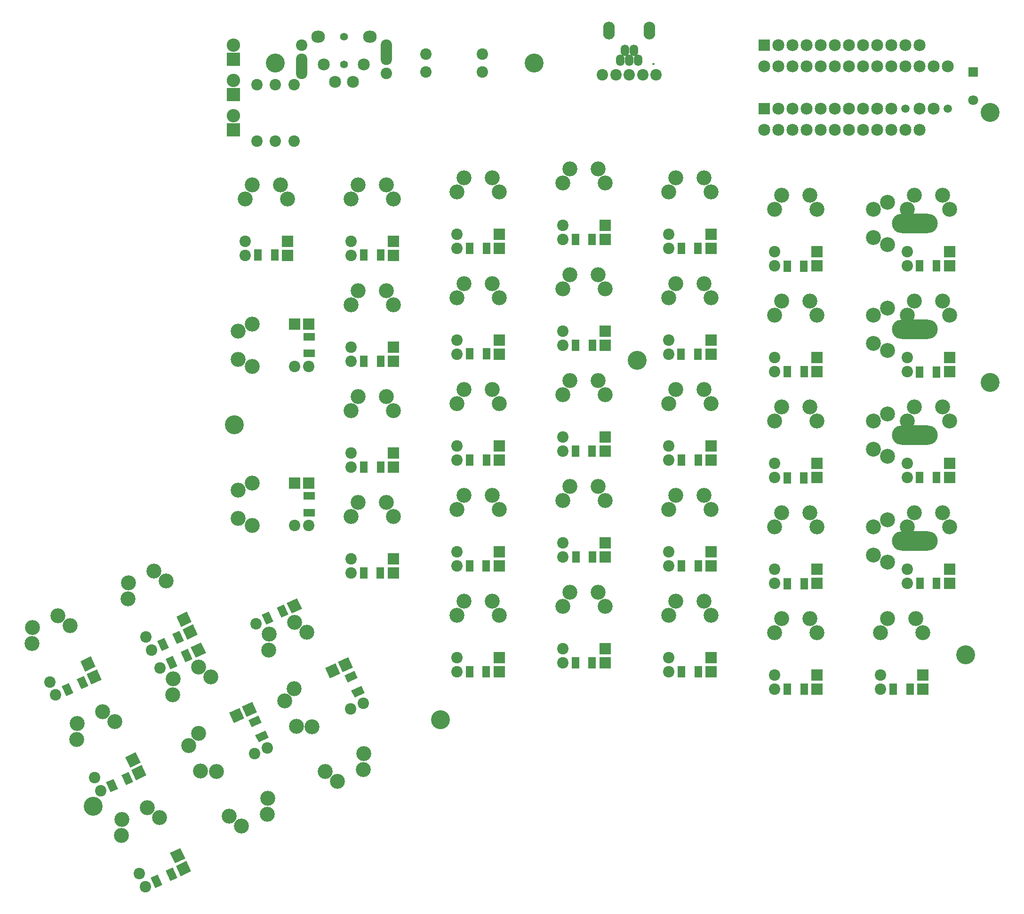
<source format=gbr>
%TF.GenerationSoftware,KiCad,Pcbnew,(5.1.6-0-10_14)*%
%TF.CreationDate,2021-03-26T17:56:54+08:00*%
%TF.ProjectId,ErgoDone,4572676f-446f-46e6-952e-6b696361645f,rev?*%
%TF.SameCoordinates,Original*%
%TF.FileFunction,Soldermask,Top*%
%TF.FilePolarity,Negative*%
%FSLAX46Y46*%
G04 Gerber Fmt 4.6, Leading zero omitted, Abs format (unit mm)*
G04 Created by KiCad (PCBNEW (5.1.6-0-10_14)) date 2021-03-26 17:56:54*
%MOMM*%
%LPD*%
G01*
G04 APERTURE LIST*
%ADD10C,0.304800*%
%ADD11C,2.000000*%
%ADD12C,3.406400*%
%ADD13C,2.692400*%
%ADD14C,2.057400*%
%ADD15C,0.150000*%
%ADD16R,1.806400X1.806400*%
%ADD17C,1.806400*%
%ADD18O,1.549400X2.057400*%
%ADD19O,2.108200X3.200400*%
%ADD20O,2.463800X2.159000*%
%ADD21C,2.159000*%
%ADD22C,1.397000*%
%ADD23R,2.406400X2.406400*%
%ADD24C,2.406400*%
%ADD25R,2.057400X2.057400*%
%ADD26C,2.689860*%
%ADD27C,2.687320*%
%ADD28O,8.242300X3.479800*%
%ADD29R,2.159000X2.159000*%
%ADD30C,1.498600*%
%ADD31R,1.406400X2.006400*%
%ADD32R,2.006400X1.406400*%
G04 APERTURE END LIST*
D10*
X141965000Y-38265000D02*
X142065000Y-38265000D01*
D11*
%TO.C,J3*%
X93980000Y-37465000D02*
X93980000Y-34925000D01*
%TO.C,J4*%
X78740000Y-40005000D02*
X78740000Y-37465000D01*
%TD*%
D12*
%TO.C,REF\u002A\u002A*%
X139065000Y-91603630D03*
%TD*%
%TO.C,REF\u002A\u002A*%
X41232000Y-171844000D03*
%TD*%
%TO.C,REF\u002A\u002A*%
X103712000Y-156284000D03*
%TD*%
%TO.C,REF\u002A\u002A*%
X198200000Y-144600000D03*
%TD*%
%TO.C,REF\u002A\u002A*%
X202600000Y-95600000D03*
%TD*%
%TO.C,REF\u002A\u002A*%
X66600000Y-103200000D03*
%TD*%
%TO.C,REF\u002A\u002A*%
X202600000Y-47000000D03*
%TD*%
%TO.C,REF\u002A\u002A*%
X120500000Y-38100000D03*
%TD*%
D13*
%TO.C,SW0:8*%
X52118441Y-129541946D03*
X47436837Y-134527594D03*
X54342902Y-131307243D03*
X47514397Y-131688847D03*
D14*
X50657188Y-141433659D03*
D15*
G36*
X57065682Y-139580374D02*
G01*
X56196187Y-137715737D01*
X58060824Y-136846242D01*
X58930319Y-138710879D01*
X57065682Y-139580374D01*
G37*
D14*
X51730638Y-143735681D03*
D15*
G36*
X58139133Y-141882396D02*
G01*
X57269638Y-140017759D01*
X59134275Y-139148264D01*
X60003770Y-141012901D01*
X58139133Y-141882396D01*
G37*
%TD*%
D16*
%TO.C,C1*%
X199517000Y-39751000D03*
D17*
X199517000Y-44751000D03*
%TD*%
D18*
%TO.C,J1*%
X136042400Y-37553900D03*
X136842500Y-35806380D03*
X137642600Y-37553900D03*
X138442700Y-35806380D03*
X139242800Y-37553900D03*
D19*
X141290040Y-32230060D03*
X133995160Y-32230060D03*
D14*
X135229600Y-40259000D03*
X132816600Y-40259000D03*
X137642600Y-40259000D03*
X142468600Y-40259000D03*
X140055600Y-40259000D03*
%TD*%
D20*
%TO.C,J2*%
X90957400Y-33375600D03*
D21*
X82702400Y-38379400D03*
X87909400Y-41478200D03*
D20*
X81661000Y-33375600D03*
D21*
X84709000Y-41478200D03*
X89916000Y-38379400D03*
D22*
X86309200Y-33375600D03*
X86309200Y-38379400D03*
%TD*%
D14*
%TO.C,J3*%
X93980000Y-40005000D03*
X93980000Y-37465000D03*
X93980000Y-34925000D03*
%TD*%
%TO.C,J4*%
X78740000Y-40005000D03*
X78740000Y-37465000D03*
X78740000Y-34925000D03*
%TD*%
D23*
%TO.C,LED_A1*%
X66465000Y-37465000D03*
D24*
X66465000Y-34925000D03*
%TD*%
D23*
%TO.C,LED_B1*%
X66465000Y-43765000D03*
D24*
X66465000Y-41225000D03*
%TD*%
D23*
%TO.C,LED_C1*%
X66465000Y-50165000D03*
D24*
X66465000Y-47625000D03*
%TD*%
D14*
%TO.C,R1*%
X101085000Y-36465000D03*
X111245000Y-36465000D03*
%TD*%
%TO.C,R2*%
X101092000Y-39751000D03*
X111252000Y-39751000D03*
%TD*%
%TO.C,RA1*%
X70665000Y-41985000D03*
X70665000Y-52145000D03*
%TD*%
%TO.C,RB1*%
X73965000Y-41985000D03*
X73965000Y-52145000D03*
%TD*%
%TO.C,RC1*%
X77365000Y-41985000D03*
X77365000Y-52145000D03*
%TD*%
D13*
%TO.C,SW0:7*%
X34854061Y-137591206D03*
X30172457Y-142576854D03*
X37078522Y-139356503D03*
X30250017Y-139738107D03*
D14*
X33392808Y-149482919D03*
D15*
G36*
X39801302Y-147629634D02*
G01*
X38931807Y-145764997D01*
X40796444Y-144895502D01*
X41665939Y-146760139D01*
X39801302Y-147629634D01*
G37*
D14*
X34466258Y-151784941D03*
D15*
G36*
X40874753Y-149931656D02*
G01*
X40005258Y-148067019D01*
X41869895Y-147197524D01*
X42739390Y-149062161D01*
X40874753Y-149931656D01*
G37*
%TD*%
D13*
%TO.C,SW0:9*%
X42903321Y-154855586D03*
X38221717Y-159841234D03*
X45127782Y-156620883D03*
X38299277Y-157002487D03*
D14*
X41442068Y-166747299D03*
D15*
G36*
X47850562Y-164894014D02*
G01*
X46981067Y-163029377D01*
X48845704Y-162159882D01*
X49715199Y-164024519D01*
X47850562Y-164894014D01*
G37*
D14*
X42515518Y-169049321D03*
D15*
G36*
X48924013Y-167196036D02*
G01*
X48054518Y-165331399D01*
X49919155Y-164461904D01*
X50788650Y-166326541D01*
X48924013Y-167196036D01*
G37*
%TD*%
D13*
%TO.C,SW0:10*%
X75625366Y-152910359D03*
X80611014Y-157591963D03*
X77390663Y-150685898D03*
X77772267Y-157514403D03*
D14*
X87517079Y-154371612D03*
D15*
G36*
X85663794Y-147963118D02*
G01*
X83799157Y-148832613D01*
X82929662Y-146967976D01*
X84794299Y-146098481D01*
X85663794Y-147963118D01*
G37*
D14*
X89819101Y-153298162D03*
D15*
G36*
X87965816Y-146889667D02*
G01*
X86101179Y-147759162D01*
X85231684Y-145894525D01*
X87096321Y-145025030D01*
X87965816Y-146889667D01*
G37*
%TD*%
D13*
%TO.C,SW0:11*%
X58360986Y-160962159D03*
X63346634Y-165643763D03*
X60126283Y-158737698D03*
X60507887Y-165566203D03*
D14*
X70252699Y-162423412D03*
D15*
G36*
X68399414Y-156014918D02*
G01*
X66534777Y-156884413D01*
X65665282Y-155019776D01*
X67529919Y-154150281D01*
X68399414Y-156014918D01*
G37*
D14*
X72554721Y-161349962D03*
D15*
G36*
X70701436Y-154941467D02*
G01*
X68836799Y-155810962D01*
X67967304Y-153946325D01*
X69831941Y-153076830D01*
X70701436Y-154941467D01*
G37*
%TD*%
D13*
%TO.C,SW0:12*%
X50955121Y-172122506D03*
X46273517Y-177108154D03*
X53179582Y-173887803D03*
X46351077Y-174269407D03*
D14*
X49493868Y-184014219D03*
D15*
G36*
X55902362Y-182160934D02*
G01*
X55032867Y-180296297D01*
X56897504Y-179426802D01*
X57766999Y-181291439D01*
X55902362Y-182160934D01*
G37*
D14*
X50567318Y-186316241D03*
D15*
G36*
X56975813Y-184462956D02*
G01*
X56106318Y-182598319D01*
X57970955Y-181728824D01*
X58840450Y-183593461D01*
X56975813Y-184462956D01*
G37*
%TD*%
D13*
%TO.C,SW1:9*%
X113030000Y-134947660D03*
X106680000Y-137487660D03*
X114300000Y-137487660D03*
X107950000Y-134947660D03*
D14*
X106680000Y-145107660D03*
D25*
X114300000Y-145107660D03*
D14*
X106680000Y-147647660D03*
D25*
X114300000Y-147647660D03*
%TD*%
D13*
%TO.C,SW1:10*%
X132080000Y-133350000D03*
X125730000Y-135890000D03*
X133350000Y-135890000D03*
X127000000Y-133350000D03*
D14*
X125730000Y-143510000D03*
D25*
X133350000Y-143510000D03*
D14*
X125730000Y-146050000D03*
D25*
X133350000Y-146050000D03*
%TD*%
D13*
%TO.C,SW1:11*%
X151130000Y-134947660D03*
X144780000Y-137487660D03*
X152400000Y-137487660D03*
X146050000Y-134947660D03*
D14*
X144780000Y-145107660D03*
D25*
X152400000Y-145107660D03*
D14*
X144780000Y-147647660D03*
D25*
X152400000Y-147647660D03*
%TD*%
D13*
%TO.C,SW1:12*%
X170180000Y-138122660D03*
X163830000Y-140662660D03*
X171450000Y-140662660D03*
X165100000Y-138122660D03*
D14*
X163830000Y-148282660D03*
D25*
X171450000Y-148282660D03*
D14*
X163830000Y-150822660D03*
D25*
X171450000Y-150822660D03*
%TD*%
D13*
%TO.C,SW1:13*%
X189230000Y-138122660D03*
X182880000Y-140662660D03*
X190500000Y-140662660D03*
X184150000Y-138122660D03*
D14*
X182880000Y-148282660D03*
D25*
X190500000Y-148282660D03*
D14*
X182880000Y-150822660D03*
D25*
X190500000Y-150822660D03*
%TD*%
D13*
%TO.C,SW2:7*%
X67310000Y-114945160D03*
X69850000Y-121295160D03*
X69850000Y-113675160D03*
X67310000Y-120025160D03*
D14*
X77470000Y-121295160D03*
D25*
X77470000Y-113675160D03*
D14*
X80010000Y-121295160D03*
D25*
X80010000Y-113675160D03*
%TD*%
D13*
%TO.C,SW2:8*%
X93980000Y-117167660D03*
X87630000Y-119707660D03*
X95250000Y-119707660D03*
X88900000Y-117167660D03*
D14*
X87630000Y-127327660D03*
D25*
X95250000Y-127327660D03*
D14*
X87630000Y-129867660D03*
D25*
X95250000Y-129867660D03*
%TD*%
D13*
%TO.C,SW2:9*%
X113030000Y-115897660D03*
X106680000Y-118437660D03*
X114300000Y-118437660D03*
X107950000Y-115897660D03*
D14*
X106680000Y-126057660D03*
D25*
X114300000Y-126057660D03*
D14*
X106680000Y-128597660D03*
D25*
X114300000Y-128597660D03*
%TD*%
D13*
%TO.C,SW2:10*%
X132080000Y-114300000D03*
X125730000Y-116840000D03*
X133350000Y-116840000D03*
X127000000Y-114300000D03*
D14*
X125730000Y-124460000D03*
D25*
X133350000Y-124460000D03*
D14*
X125730000Y-127000000D03*
D25*
X133350000Y-127000000D03*
%TD*%
D13*
%TO.C,SW2:11*%
X151130000Y-115897660D03*
X144780000Y-118437660D03*
X152400000Y-118437660D03*
X146050000Y-115897660D03*
D14*
X144780000Y-126057660D03*
D25*
X152400000Y-126057660D03*
D14*
X144780000Y-128597660D03*
D25*
X152400000Y-128597660D03*
%TD*%
D13*
%TO.C,SW2:12*%
X170180000Y-119072660D03*
X163830000Y-121612660D03*
X171450000Y-121612660D03*
X165100000Y-119072660D03*
D14*
X163830000Y-129232660D03*
D25*
X171450000Y-129232660D03*
D14*
X163830000Y-131772660D03*
D25*
X171450000Y-131772660D03*
%TD*%
D13*
%TO.C,SW3:8*%
X93980000Y-98117660D03*
X87630000Y-100657660D03*
X95250000Y-100657660D03*
X88900000Y-98117660D03*
D14*
X87630000Y-108277660D03*
D25*
X95250000Y-108277660D03*
D14*
X87630000Y-110817660D03*
D25*
X95250000Y-110817660D03*
%TD*%
D13*
%TO.C,SW3:9*%
X113030000Y-96847660D03*
X106680000Y-99387660D03*
X114300000Y-99387660D03*
X107950000Y-96847660D03*
D14*
X106680000Y-107007660D03*
D25*
X114300000Y-107007660D03*
D14*
X106680000Y-109547660D03*
D25*
X114300000Y-109547660D03*
%TD*%
D13*
%TO.C,SW3:10*%
X132080000Y-95250000D03*
X125730000Y-97790000D03*
X133350000Y-97790000D03*
X127000000Y-95250000D03*
D14*
X125730000Y-105410000D03*
D25*
X133350000Y-105410000D03*
D14*
X125730000Y-107950000D03*
D25*
X133350000Y-107950000D03*
%TD*%
D13*
%TO.C,SW3:11*%
X151130000Y-96847660D03*
X144780000Y-99387660D03*
X152400000Y-99387660D03*
X146050000Y-96847660D03*
D14*
X144780000Y-107007660D03*
D25*
X152400000Y-107007660D03*
D14*
X144780000Y-109547660D03*
D25*
X152400000Y-109547660D03*
%TD*%
D13*
%TO.C,SW3:12*%
X170180000Y-100022660D03*
X163830000Y-102562660D03*
X171450000Y-102562660D03*
X165100000Y-100022660D03*
D14*
X163830000Y-110182660D03*
D25*
X171450000Y-110182660D03*
D14*
X163830000Y-112722660D03*
D25*
X171450000Y-112722660D03*
%TD*%
D13*
%TO.C,SW4:7*%
X67310000Y-86370160D03*
X69850000Y-92720160D03*
X69850000Y-85100160D03*
X67310000Y-91450160D03*
D14*
X77470000Y-92720160D03*
D25*
X77470000Y-85100160D03*
D14*
X80010000Y-92720160D03*
D25*
X80010000Y-85100160D03*
%TD*%
D13*
%TO.C,SW4:8*%
X93980000Y-79067660D03*
X87630000Y-81607660D03*
X95250000Y-81607660D03*
X88900000Y-79067660D03*
D14*
X87630000Y-89227660D03*
D25*
X95250000Y-89227660D03*
D14*
X87630000Y-91767660D03*
D25*
X95250000Y-91767660D03*
%TD*%
D13*
%TO.C,SW4:9*%
X113030000Y-77797660D03*
X106680000Y-80337660D03*
X114300000Y-80337660D03*
X107950000Y-77797660D03*
D14*
X106680000Y-87957660D03*
D25*
X114300000Y-87957660D03*
D14*
X106680000Y-90497660D03*
D25*
X114300000Y-90497660D03*
%TD*%
D13*
%TO.C,SW4:10*%
X132080000Y-76200000D03*
X125730000Y-78740000D03*
X133350000Y-78740000D03*
X127000000Y-76200000D03*
D14*
X125730000Y-86360000D03*
D25*
X133350000Y-86360000D03*
D14*
X125730000Y-88900000D03*
D25*
X133350000Y-88900000D03*
%TD*%
D13*
%TO.C,SW4:11*%
X151130000Y-77797660D03*
X144780000Y-80337660D03*
X152400000Y-80337660D03*
X146050000Y-77797660D03*
D14*
X144780000Y-87957660D03*
D25*
X152400000Y-87957660D03*
D14*
X144780000Y-90497660D03*
D25*
X152400000Y-90497660D03*
%TD*%
D13*
%TO.C,SW4:12*%
X170180000Y-80972660D03*
X163830000Y-83512660D03*
X171450000Y-83512660D03*
X165100000Y-80972660D03*
D14*
X163830000Y-91132660D03*
D25*
X171450000Y-91132660D03*
D14*
X163830000Y-93672660D03*
D25*
X171450000Y-93672660D03*
%TD*%
D13*
%TO.C,SW4:13*%
X193992500Y-80972660D03*
X187642500Y-83512660D03*
D26*
X195262500Y-83512660D03*
D13*
X188912500Y-80972660D03*
D14*
X187642500Y-91132660D03*
D25*
X195262500Y-91132660D03*
D14*
X187642500Y-93672660D03*
D25*
X195262500Y-93672660D03*
D27*
X181610000Y-83512660D03*
X184150000Y-82242660D03*
X184150000Y-89862660D03*
X181610000Y-88592660D03*
D28*
X189069980Y-86052660D03*
%TD*%
D13*
%TO.C,SW5:7*%
X74930000Y-60020200D03*
X68580000Y-62560200D03*
X76200000Y-62560200D03*
X69850000Y-60020200D03*
D14*
X68580000Y-70180200D03*
D25*
X76200000Y-70180200D03*
D14*
X68580000Y-72720200D03*
D25*
X76200000Y-72720200D03*
%TD*%
D13*
%TO.C,SW5:8*%
X93980000Y-60020200D03*
X87630000Y-62560200D03*
X95250000Y-62560200D03*
X88900000Y-60020200D03*
D14*
X87630000Y-70180200D03*
D25*
X95250000Y-70180200D03*
D14*
X87630000Y-72720200D03*
D25*
X95250000Y-72720200D03*
%TD*%
D13*
%TO.C,SW5:9*%
X113030000Y-58747660D03*
X106680000Y-61287660D03*
X114300000Y-61287660D03*
X107950000Y-58747660D03*
D14*
X106680000Y-68907660D03*
D25*
X114300000Y-68907660D03*
D14*
X106680000Y-71447660D03*
D25*
X114300000Y-71447660D03*
%TD*%
D13*
%TO.C,SW5:10*%
X132080000Y-57150000D03*
X125730000Y-59690000D03*
X133350000Y-59690000D03*
X127000000Y-57150000D03*
D14*
X125730000Y-67310000D03*
D25*
X133350000Y-67310000D03*
D14*
X125730000Y-69850000D03*
D25*
X133350000Y-69850000D03*
%TD*%
D13*
%TO.C,SW5:11*%
X151130000Y-58747660D03*
X144780000Y-61287660D03*
X152400000Y-61287660D03*
X146050000Y-58747660D03*
D14*
X144780000Y-68907660D03*
D25*
X152400000Y-68907660D03*
D14*
X144780000Y-71447660D03*
D25*
X152400000Y-71447660D03*
%TD*%
D13*
%TO.C,SW5:12*%
X170180000Y-61925200D03*
X163830000Y-64465200D03*
X171450000Y-64465200D03*
X165100000Y-61925200D03*
D14*
X163830000Y-72085200D03*
D25*
X171450000Y-72085200D03*
D14*
X163830000Y-74625200D03*
D25*
X171450000Y-74625200D03*
%TD*%
D13*
%TO.C,SW5:13*%
X193992500Y-61925200D03*
X187642500Y-64465200D03*
D26*
X195262500Y-64465200D03*
D13*
X188912500Y-61925200D03*
D14*
X187642500Y-72085200D03*
D25*
X195262500Y-72085200D03*
D14*
X187642500Y-74625200D03*
D25*
X195262500Y-74625200D03*
D27*
X181610000Y-64465200D03*
X184150000Y-63195200D03*
X184150000Y-70815200D03*
X181610000Y-69545200D03*
D28*
X189069980Y-67005200D03*
%TD*%
D13*
%TO.C,SX0:10*%
X85176179Y-167376434D03*
X89857783Y-162390786D03*
X82951718Y-165611137D03*
X89780223Y-165229533D03*
%TD*%
%TO.C,SX0:11*%
X67909259Y-175425694D03*
X72590863Y-170440046D03*
X65684798Y-173660397D03*
X72513303Y-173278793D03*
%TD*%
D29*
%TO.C,U1*%
X161925000Y-34925000D03*
D21*
X164465000Y-34925000D03*
X167005000Y-34925000D03*
X169545000Y-34925000D03*
X172085000Y-34925000D03*
X174625000Y-34925000D03*
X177165000Y-34925000D03*
X179705000Y-34925000D03*
X182245000Y-34925000D03*
X184785000Y-34925000D03*
X187325000Y-34925000D03*
X189865000Y-34925000D03*
X189865000Y-50165000D03*
X187325000Y-50165000D03*
X184785000Y-50165000D03*
X182245000Y-50165000D03*
X179705000Y-50165000D03*
X177165000Y-50165000D03*
X174625000Y-50165000D03*
X167005000Y-50165000D03*
X164465000Y-50165000D03*
X161925000Y-50165000D03*
X172085000Y-50165000D03*
X169545000Y-50165000D03*
%TD*%
%TO.C,U2*%
X164450000Y-46330000D03*
X166990000Y-46330000D03*
X169530000Y-46330000D03*
X172070000Y-46330000D03*
X174610000Y-46330000D03*
X177150000Y-46330000D03*
X179690000Y-46330000D03*
X182230000Y-46330000D03*
X184770000Y-46330000D03*
D30*
X187310000Y-46330000D03*
D21*
X189850000Y-46330000D03*
X192390000Y-46330000D03*
D30*
X194930000Y-46330000D03*
D29*
X161910000Y-46330000D03*
D21*
X194930000Y-38710000D03*
X192390000Y-38710000D03*
X189850000Y-38710000D03*
X187310000Y-38710000D03*
X184770000Y-38710000D03*
X182230000Y-38710000D03*
X179690000Y-38710000D03*
X177150000Y-38710000D03*
X174610000Y-38710000D03*
X172070000Y-38710000D03*
X169530000Y-38710000D03*
X166990000Y-38710000D03*
X164450000Y-38710000D03*
X161910000Y-38710000D03*
%TD*%
D13*
%TO.C,SX1:7*%
X60170241Y-146806326D03*
X55488637Y-151791974D03*
X62394702Y-148571623D03*
X55566197Y-148953227D03*
%TD*%
%TO.C,SX1:8*%
X77434621Y-138754526D03*
X72753017Y-143740174D03*
X79659082Y-140519823D03*
X72830577Y-140901427D03*
%TD*%
%TO.C,SW2:13*%
X193992500Y-119072660D03*
X187642500Y-121612660D03*
D26*
X195262500Y-121612660D03*
D13*
X188912500Y-119072660D03*
D14*
X187642500Y-129232660D03*
D25*
X195262500Y-129232660D03*
D14*
X187642500Y-131772660D03*
D25*
X195262500Y-131772660D03*
D27*
X181610000Y-121612660D03*
X184150000Y-120342660D03*
X184150000Y-127962660D03*
X181610000Y-126692660D03*
D28*
X189069980Y-124152660D03*
%TD*%
D13*
%TO.C,SW3:13*%
X193992500Y-100022660D03*
X187642500Y-102562660D03*
D26*
X195262500Y-102562660D03*
D13*
X188912500Y-100022660D03*
D14*
X187642500Y-110182660D03*
D25*
X195262500Y-110182660D03*
D14*
X187642500Y-112722660D03*
D25*
X195262500Y-112722660D03*
D27*
X181610000Y-102562660D03*
X184150000Y-101292660D03*
X184150000Y-108912660D03*
X181610000Y-107642660D03*
D28*
X189069980Y-105102660D03*
%TD*%
D14*
%TO.C,D81*%
X53214367Y-146974376D03*
D15*
G36*
X59622862Y-145121090D02*
G01*
X58753367Y-143256453D01*
X60618004Y-142386958D01*
X61487499Y-144251595D01*
X59622862Y-145121090D01*
G37*
%TD*%
D14*
%TO.C,D82*%
X70486367Y-138998776D03*
D15*
G36*
X76894862Y-137145490D02*
G01*
X76025367Y-135280853D01*
X77890004Y-134411358D01*
X78759499Y-136275995D01*
X76894862Y-137145490D01*
G37*
%TD*%
D31*
%TO.C,D1*%
X70864600Y-72669400D03*
X73864600Y-72669400D03*
%TD*%
D32*
%TO.C,D3*%
X80035400Y-90374600D03*
X80035400Y-87374600D03*
%TD*%
%TO.C,D5*%
X80035400Y-119025800D03*
X80035400Y-116025800D03*
%TD*%
D15*
%TO.C,D7*%
G36*
X55094593Y-147204520D02*
G01*
X54246652Y-145386104D01*
X55521283Y-144791734D01*
X56369224Y-146610150D01*
X55094593Y-147204520D01*
G37*
G36*
X57813517Y-145936666D02*
G01*
X56965576Y-144118250D01*
X58240207Y-143523880D01*
X59088148Y-145342296D01*
X57813517Y-145936666D01*
G37*
%TD*%
%TO.C,D9*%
G36*
X36400193Y-152081320D02*
G01*
X35552252Y-150262904D01*
X36826883Y-149668534D01*
X37674824Y-151486950D01*
X36400193Y-152081320D01*
G37*
G36*
X39119117Y-150813466D02*
G01*
X38271176Y-148995050D01*
X39545807Y-148400680D01*
X40393748Y-150219096D01*
X39119117Y-150813466D01*
G37*
%TD*%
D31*
%TO.C,D11*%
X89914600Y-72669400D03*
X92914600Y-72669400D03*
%TD*%
%TO.C,D13*%
X89914600Y-91770200D03*
X92914600Y-91770200D03*
%TD*%
%TO.C,D15*%
X89914600Y-110871000D03*
X92914600Y-110871000D03*
%TD*%
%TO.C,D17*%
X89863800Y-129870200D03*
X92863800Y-129870200D03*
%TD*%
D15*
%TO.C,D19*%
G36*
X72366593Y-139228920D02*
G01*
X71518652Y-137410504D01*
X72793283Y-136816134D01*
X73641224Y-138634550D01*
X72366593Y-139228920D01*
G37*
G36*
X75085517Y-137961066D02*
G01*
X74237576Y-136142650D01*
X75512207Y-135548280D01*
X76360148Y-137366696D01*
X75085517Y-137961066D01*
G37*
%TD*%
%TO.C,D21*%
G36*
X53570593Y-143953320D02*
G01*
X52722652Y-142134904D01*
X53997283Y-141540534D01*
X54845224Y-143358950D01*
X53570593Y-143953320D01*
G37*
G36*
X56289517Y-142685466D02*
G01*
X55441576Y-140867050D01*
X56716207Y-140272680D01*
X57564148Y-142091096D01*
X56289517Y-142685466D01*
G37*
%TD*%
D31*
%TO.C,D23*%
X108964600Y-71450200D03*
X111964600Y-71450200D03*
%TD*%
%TO.C,D25*%
X108964600Y-90449400D03*
X111964600Y-90449400D03*
%TD*%
%TO.C,D27*%
X108964600Y-109550200D03*
X111964600Y-109550200D03*
%TD*%
%TO.C,D29*%
X108913800Y-128600200D03*
X111913800Y-128600200D03*
%TD*%
%TO.C,D31*%
X108913800Y-147650200D03*
X111913800Y-147650200D03*
%TD*%
D15*
%TO.C,D33*%
G36*
X44375793Y-169353320D02*
G01*
X43527852Y-167534904D01*
X44802483Y-166940534D01*
X45650424Y-168758950D01*
X44375793Y-169353320D01*
G37*
G36*
X47094717Y-168085466D02*
G01*
X46246776Y-166267050D01*
X47521407Y-165672680D01*
X48369348Y-167491096D01*
X47094717Y-168085466D01*
G37*
%TD*%
D31*
%TO.C,D35*%
X127963800Y-69824600D03*
X130963800Y-69824600D03*
%TD*%
%TO.C,D37*%
X128014600Y-88925400D03*
X131014600Y-88925400D03*
%TD*%
%TO.C,D39*%
X127963800Y-107975400D03*
X130963800Y-107975400D03*
%TD*%
%TO.C,D41*%
X128065400Y-126974600D03*
X131065400Y-126974600D03*
%TD*%
%TO.C,D43*%
X127963800Y-146075400D03*
X130963800Y-146075400D03*
%TD*%
D15*
%TO.C,D45*%
G36*
X90054520Y-151509007D02*
G01*
X88236104Y-152356948D01*
X87641734Y-151082317D01*
X89460150Y-150234376D01*
X90054520Y-151509007D01*
G37*
G36*
X88786666Y-148790083D02*
G01*
X86968250Y-149638024D01*
X86373880Y-148363393D01*
X88192296Y-147515452D01*
X88786666Y-148790083D01*
G37*
%TD*%
D31*
%TO.C,D47*%
X147013800Y-71450200D03*
X150013800Y-71450200D03*
%TD*%
%TO.C,D49*%
X146963000Y-90500200D03*
X149963000Y-90500200D03*
%TD*%
%TO.C,D51*%
X147064600Y-109550200D03*
X150064600Y-109550200D03*
%TD*%
%TO.C,D53*%
X147064600Y-128600200D03*
X150064600Y-128600200D03*
%TD*%
%TO.C,D55*%
X147064600Y-147650200D03*
X150064600Y-147650200D03*
%TD*%
D15*
%TO.C,D57*%
G36*
X72782520Y-159535407D02*
G01*
X70964104Y-160383348D01*
X70369734Y-159108717D01*
X72188150Y-158260776D01*
X72782520Y-159535407D01*
G37*
G36*
X71514666Y-156816483D02*
G01*
X69696250Y-157664424D01*
X69101880Y-156389793D01*
X70920296Y-155541852D01*
X71514666Y-156816483D01*
G37*
%TD*%
D31*
%TO.C,D59*%
X166063800Y-74650600D03*
X169063800Y-74650600D03*
%TD*%
%TO.C,D61*%
X166114600Y-93649800D03*
X169114600Y-93649800D03*
%TD*%
%TO.C,D63*%
X166063800Y-112750600D03*
X169063800Y-112750600D03*
%TD*%
%TO.C,D65*%
X166114600Y-131800600D03*
X169114600Y-131800600D03*
%TD*%
%TO.C,D67*%
X166114600Y-150799800D03*
X169114600Y-150799800D03*
%TD*%
D15*
%TO.C,D69*%
G36*
X52402193Y-186574520D02*
G01*
X51554252Y-184756104D01*
X52828883Y-184161734D01*
X53676824Y-185980150D01*
X52402193Y-186574520D01*
G37*
G36*
X55121117Y-185306666D02*
G01*
X54273176Y-183488250D01*
X55547807Y-182893880D01*
X56395748Y-184712296D01*
X55121117Y-185306666D01*
G37*
%TD*%
D31*
%TO.C,D71*%
X189889000Y-74599800D03*
X192889000Y-74599800D03*
%TD*%
%TO.C,D73*%
X189889000Y-93700600D03*
X192889000Y-93700600D03*
%TD*%
%TO.C,D75*%
X189889000Y-112699800D03*
X192889000Y-112699800D03*
%TD*%
%TO.C,D77*%
X189939800Y-131749800D03*
X192939800Y-131749800D03*
%TD*%
%TO.C,D79*%
X185164600Y-150799800D03*
X188164600Y-150799800D03*
%TD*%
D12*
%TO.C,REF\u002A\u002A*%
X74000000Y-38100000D03*
%TD*%
M02*

</source>
